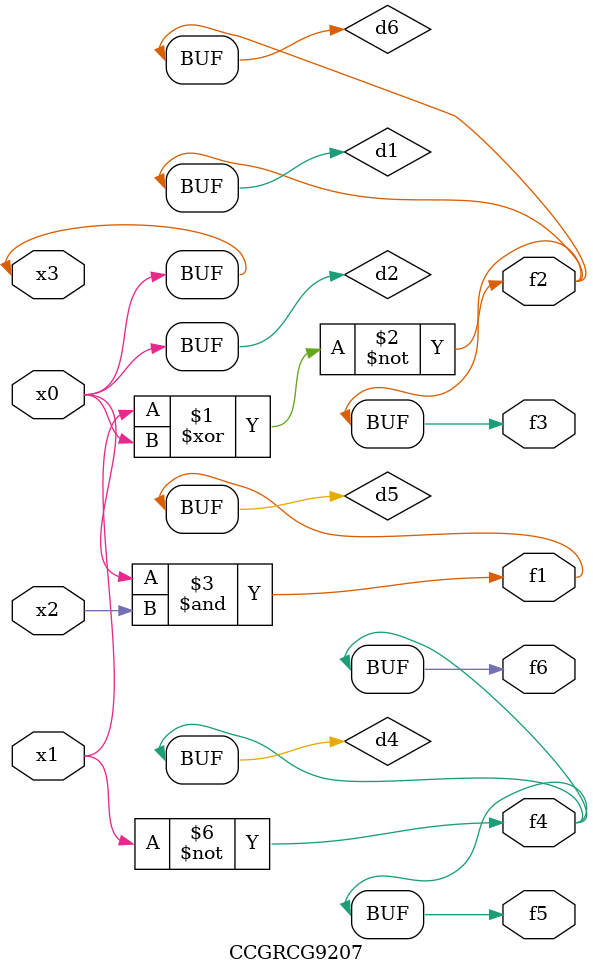
<source format=v>
module CCGRCG9207(
	input x0, x1, x2, x3,
	output f1, f2, f3, f4, f5, f6
);

	wire d1, d2, d3, d4, d5, d6;

	xnor (d1, x1, x3);
	buf (d2, x0, x3);
	nand (d3, x0, x2);
	not (d4, x1);
	nand (d5, d3);
	or (d6, d1);
	assign f1 = d5;
	assign f2 = d6;
	assign f3 = d6;
	assign f4 = d4;
	assign f5 = d4;
	assign f6 = d4;
endmodule

</source>
